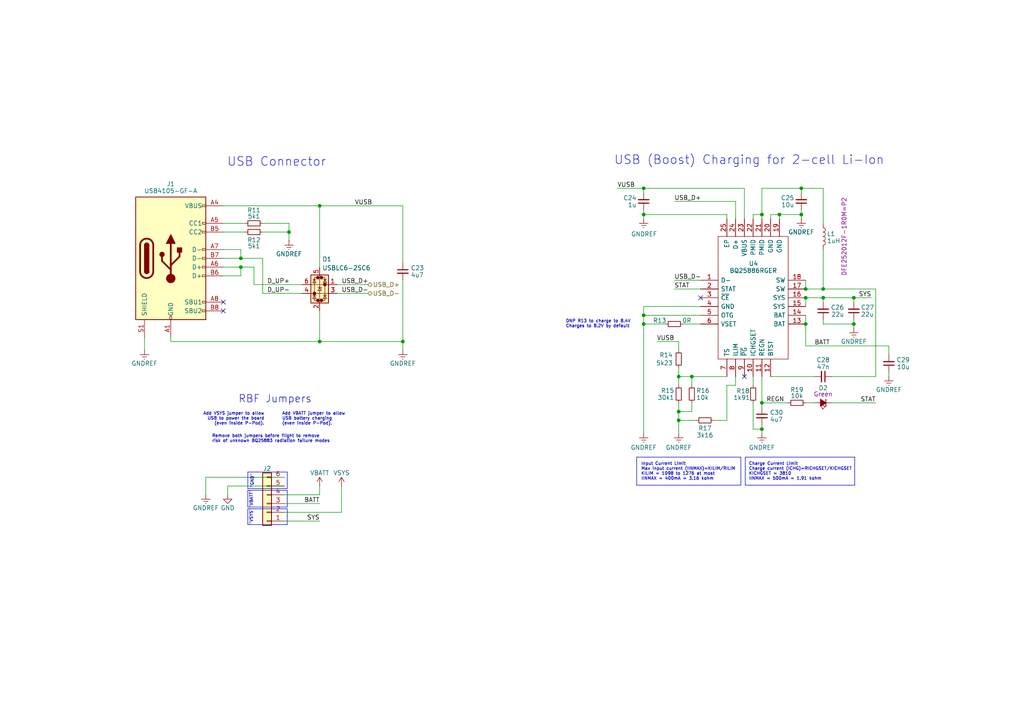
<source format=kicad_sch>
(kicad_sch (version 20231120) (generator "eeschema") (generator_version "8.0")
  (paper "A4")
  (title_block (title "Argus Mainboard") (date "2025-01-08") (rev "v3.0") (company "Carnegie Mellon University") (comment 1 "M. Holliday") (comment 2 "N. Khera") (comment 3 "V. Rajesh"))
  (lib_symbols
    (symbol "Argus-IC:BQ25886RGER" (pin_names (offset 0.762))
      (property "Reference" "U4" (at 13.97 4.826 0))
      (property "Value" "BQ25886RGER" (at 8.382 2.794 0))
      (symbol "BQ25886RGER_0_0"
        (pin bidirectional line (at 0 0 0) (length 5.08) (name "D-") (number "1"))
        (pin bidirectional line (at 17.78 -27.94 90) (length 5.08) (name "REGN") (number "11"))
        (pin bidirectional line (at 20.32 -27.94 90) (length 5.08) (name "BTST") (number "12"))
        (pin bidirectional line (at 0 -2.54 0) (length 5.08) (name "STAT") (number "2"))
        (pin bidirectional line (at 12.7 17.78 270) (length 5.08) (name "VBUS") (number "23"))
        (pin bidirectional line (at 10.16 17.78 270) (length 5.08) (name "D+") (number "24"))
        (pin bidirectional line (at 7.62 17.78 270) (length 5.08) (name "EP") (number "25"))
        (pin bidirectional line (at 0 -5.08 0) (length 5.08) (name "~{CE}") (number "3"))
        (pin bidirectional line (at 7.62 -27.94 90) (length 5.08) (name "TS") (number "7"))
        (pin bidirectional line (at 10.16 -27.94 90) (length 5.08) (name "ILIM") (number "8"))
        (pin bidirectional line (at 12.7 -27.94 90) (length 5.08) (name "~{PG}") (number "9"))
      )
      (symbol "BQ25886RGER_0_1"
        (polyline (pts (xy 5.08 12.7) (xy 25.4 12.7) (xy 25.4 -22.86) (xy 5.08 -22.86) (xy 5.08 12.7)) (stroke (width 0.1524)))
      )
      (symbol "BQ25886RGER_1_0"
        (pin bidirectional line (at 15.24 -27.94 90) (length 5.08) (name "ICHGSET") (number "10"))
        (pin bidirectional line (at 30.48 -12.7 180) (length 5.08) (name "BAT") (number "13"))
        (pin bidirectional line (at 30.48 -10.16 180) (length 5.08) (name "BAT") (number "14"))
        (pin bidirectional line (at 30.48 -7.62 180) (length 5.08) (name "SYS") (number "15"))
        (pin bidirectional line (at 30.48 -5.08 180) (length 5.08) (name "SYS") (number "16"))
        (pin bidirectional line (at 30.48 -2.54 180) (length 5.08) (name "SW") (number "17"))
        (pin bidirectional line (at 30.48 0 180) (length 5.08) (name "SW") (number "18"))
        (pin bidirectional line (at 22.86 17.78 270) (length 5.08) (name "GND") (number "19"))
        (pin bidirectional line (at 20.32 17.78 270) (length 5.08) (name "GND") (number "20"))
        (pin bidirectional line (at 17.78 17.78 270) (length 5.08) (name "PMID") (number "21"))
        (pin bidirectional line (at 15.24 17.78 270) (length 5.08) (name "PMID") (number "22"))
        (pin bidirectional line (at 0 -7.62 0) (length 5.08) (name "GND") (number "4"))
        (pin bidirectional line (at 0 -10.16 0) (length 5.08) (name "OTG") (number "5"))
        (pin bidirectional line (at 0 -12.7 0) (length 5.08) (name "VSET") (number "6"))
      )
    )
    (symbol "Connector:USB_C_Receptacle_USB2.0_16P" (pin_names (offset 1.016))
      (property "Reference" "J" (at 0 22.225 0))
      (property "Value" "USB_C_Receptacle_USB2.0_16P" (at 0 19.685 0))
      (symbol "USB_C_Receptacle_USB2.0_16P_0_0"
        (rectangle (start -0.254 -17.78) (end 0.254 -16.764))
        (rectangle (start 10.16 -14.986) (end 9.144 -15.494))
        (rectangle (start 10.16 -12.446) (end 9.144 -12.954))
        (rectangle (start 10.16 -4.826) (end 9.144 -5.334))
        (rectangle (start 10.16 -2.286) (end 9.144 -2.794))
        (rectangle (start 10.16 0.254) (end 9.144 -0.254))
        (rectangle (start 10.16 2.794) (end 9.144 2.286))
        (rectangle (start 10.16 7.874) (end 9.144 7.366))
        (rectangle (start 10.16 10.414) (end 9.144 9.906))
        (rectangle (start 10.16 15.494) (end 9.144 14.986))
      )
      (symbol "USB_C_Receptacle_USB2.0_16P_0_1"
        (rectangle (start -10.16 17.78) (end 10.16 -17.78) (stroke (width 0.254)) (fill (type background)))
        (arc (start -8.89 -3.81) (mid -6.985 -5.7067) (end -5.08 -3.81) (stroke (width 0.508)))
        (arc (start -7.62 -3.81) (mid -6.985 -4.4423) (end -6.35 -3.81) (stroke (width 0.254)))
        (arc (start -7.62 -3.81) (mid -6.985 -4.4423) (end -6.35 -3.81) (stroke (width 0.254)) (fill (type outline)))
        (rectangle (start -7.62 -3.81) (end -6.35 3.81) (stroke (width 0.254)) (fill (type outline)))
        (arc (start -6.35 3.81) (mid -6.985 4.4423) (end -7.62 3.81) (stroke (width 0.254)))
        (arc (start -6.35 3.81) (mid -6.985 4.4423) (end -7.62 3.81) (stroke (width 0.254)) (fill (type outline)))
        (arc (start -5.08 3.81) (mid -6.985 5.7067) (end -8.89 3.81) (stroke (width 0.508)))
        (circle (center -2.54 1.143) (radius 0.635) (stroke (width 0.254)) (fill (type outline)))
        (circle (center 0 -5.842) (radius 1.27) (fill (type outline)))
        (polyline (pts (xy -8.89 -3.81) (xy -8.89 3.81)) (stroke (width 0.508)))
        (polyline (pts (xy -5.08 3.81) (xy -5.08 -3.81)) (stroke (width 0.508)))
        (polyline (pts (xy 0 -5.842) (xy 0 4.318)) (stroke (width 0.508)))
        (polyline (pts (xy 0 -3.302) (xy -2.54 -0.762) (xy -2.54 0.508)) (stroke (width 0.508)))
        (polyline (pts (xy 0 -2.032) (xy 2.54 0.508) (xy 2.54 1.778)) (stroke (width 0.508)))
        (polyline (pts (xy -1.27 4.318) (xy 0 6.858) (xy 1.27 4.318) (xy -1.27 4.318)) (stroke (width 0.254)) (fill (type outline)))
        (rectangle (start 1.905 1.778) (end 3.175 3.048) (stroke (width 0.254)) (fill (type outline)))
      )
      (symbol "USB_C_Receptacle_USB2.0_16P_1_1"
        (pin passive line (at 0 -22.86 90) (length 5.08) (name "GND") (number "A1"))
        (pin passive line (at 0 -22.86 90) (length 5.08) hide (name "GND") (number "A12"))
        (pin passive line (at 15.24 15.24 180) (length 5.08) (name "VBUS") (number "A4"))
        (pin bidirectional line (at 15.24 10.16 180) (length 5.08) (name "CC1") (number "A5"))
        (pin bidirectional line (at 15.24 -2.54 180) (length 5.08) (name "D+") (number "A6"))
        (pin bidirectional line (at 15.24 2.54 180) (length 5.08) (name "D-") (number "A7"))
        (pin bidirectional line (at 15.24 -12.7 180) (length 5.08) (name "SBU1") (number "A8"))
        (pin passive line (at 15.24 15.24 180) (length 5.08) hide (name "VBUS") (number "A9"))
        (pin passive line (at 0 -22.86 90) (length 5.08) hide (name "GND") (number "B1"))
        (pin passive line (at 0 -22.86 90) (length 5.08) hide (name "GND") (number "B12"))
        (pin passive line (at 15.24 15.24 180) (length 5.08) hide (name "VBUS") (number "B4"))
        (pin bidirectional line (at 15.24 7.62 180) (length 5.08) (name "CC2") (number "B5"))
        (pin bidirectional line (at 15.24 -5.08 180) (length 5.08) (name "D+") (number "B6"))
        (pin bidirectional line (at 15.24 0 180) (length 5.08) (name "D-") (number "B7"))
        (pin bidirectional line (at 15.24 -15.24 180) (length 5.08) (name "SBU2") (number "B8"))
        (pin passive line (at 15.24 15.24 180) (length 5.08) hide (name "VBUS") (number "B9"))
        (pin passive line (at -7.62 -22.86 90) (length 5.08) (name "SHIELD") (number "S1"))
      )
    )
    (symbol "Connector_Generic:Conn_01x06" (pin_names (offset 1.016) hide)
      (property "Reference" "J" (at 0 7.62 0))
      (property "Value" "Conn_01x06" (at 0 -10.16 0))
      (symbol "Conn_01x06_1_1"
        (rectangle (start -1.27 -7.493) (end 0 -7.747) (stroke (width 0.1524)))
        (rectangle (start -1.27 -4.953) (end 0 -5.207) (stroke (width 0.1524)))
        (rectangle (start -1.27 -2.413) (end 0 -2.667) (stroke (width 0.1524)))
        (rectangle (start -1.27 0.127) (end 0 -0.127) (stroke (width 0.1524)))
        (rectangle (start -1.27 2.667) (end 0 2.413) (stroke (width 0.1524)))
        (rectangle (start -1.27 5.207) (end 0 4.953) (stroke (width 0.1524)))
        (rectangle (start -1.27 6.35) (end 1.27 -8.89) (stroke (width 0.254)) (fill (type background)))
        (pin passive line (at -5.08 5.08 0) (length 3.81) (name "Pin_1") (number "1"))
        (pin passive line (at -5.08 2.54 0) (length 3.81) (name "Pin_2") (number "2"))
        (pin passive line (at -5.08 0 0) (length 3.81) (name "Pin_3") (number "3"))
        (pin passive line (at -5.08 -2.54 0) (length 3.81) (name "Pin_4") (number "4"))
        (pin passive line (at -5.08 -5.08 0) (length 3.81) (name "Pin_5") (number "5"))
        (pin passive line (at -5.08 -7.62 0) (length 3.81) (name "Pin_6") (number "6"))
      )
    )
    (symbol "Device:C_Small" (pin_numbers hide) (pin_names (offset 0.254) hide)
      (property "Reference" "C" (at 0.254 1.778 0))
      (property "Value" "C_Small" (at 0.254 -2.032 0))
      (symbol "C_Small_0_1"
        (polyline (pts (xy -1.524 -0.508) (xy 1.524 -0.508)) (stroke (width 0.3302)))
        (polyline (pts (xy -1.524 0.508) (xy 1.524 0.508)) (stroke (width 0.3048)))
      )
      (symbol "C_Small_1_1"
        (pin passive line (at 0 2.54 270) (length 2.032) (name "~") (number "1"))
        (pin passive line (at 0 -2.54 90) (length 2.032) (name "~") (number "2"))
      )
    )
    (symbol "Device:L" (pin_numbers hide) (pin_names (offset 1.016) hide)
      (property "Reference" "L" (at -1.27 0 90))
      (property "Value" "L" (at 1.905 0 90))
      (symbol "L_0_1"
        (arc (start 0 -2.54) (mid 0.6323 -1.905) (end 0 -1.27))
        (arc (start 0 -1.27) (mid 0.6323 -0.635) (end 0 0))
        (arc (start 0 0) (mid 0.6323 0.635) (end 0 1.27))
        (arc (start 0 1.27) (mid 0.6323 1.905) (end 0 2.54))
      )
      (symbol "L_1_1"
        (pin passive line (at 0 3.81 270) (length 1.27) (name "1") (number "1"))
        (pin passive line (at 0 -3.81 90) (length 1.27) (name "2") (number "2"))
      )
    )
    (symbol "Device:LED_Small_Filled" (pin_numbers hide) (pin_names (offset 0.254) hide)
      (property "Reference" "D" (at -1.27 3.175 0))
      (property "Value" "LED_Small_Filled" (at -4.445 -2.54 0))
      (symbol "LED_Small_Filled_0_1"
        (polyline (pts (xy -0.762 -1.016) (xy -0.762 1.016)) (stroke (width 0.254)))
        (polyline (pts (xy 1.016 0) (xy -0.762 0)))
        (polyline (pts (xy 0.762 -1.016) (xy -0.762 0) (xy 0.762 1.016) (xy 0.762 -1.016)) (stroke (width 0.254)) (fill (type outline)))
        (polyline (pts (xy 0 0.762) (xy -0.508 1.27) (xy -0.254 1.27) (xy -0.508 1.27) (xy -0.508 1.016)))
        (polyline (pts (xy 0.508 1.27) (xy 0 1.778) (xy 0.254 1.778) (xy 0 1.778) (xy 0 1.524)))
      )
      (symbol "LED_Small_Filled_1_1"
        (pin passive line (at -2.54 0 0) (length 1.778) (name "K") (number "1"))
        (pin passive line (at 2.54 0 180) (length 1.778) (name "A") (number "2"))
      )
    )
    (symbol "Device:R_Small" (pin_numbers hide) (pin_names (offset 0.254) hide)
      (property "Reference" "R" (at 0.762 0.508 0))
      (property "Value" "R_Small" (at 0.762 -1.016 0))
      (symbol "R_Small_0_1"
        (rectangle (start -0.762 1.778) (end 0.762 -1.778) (stroke (width 0.2032)))
      )
      (symbol "R_Small_1_1"
        (pin passive line (at 0 2.54 270) (length 0.762) (name "~") (number "1"))
        (pin passive line (at 0 -2.54 90) (length 0.762) (name "~") (number "2"))
      )
    )
    (symbol "Power_Protection:USBLC6-2SC6" (pin_names hide)
      (property "Reference" "U" (at 0.635 5.715 0))
      (property "Value" "USBLC6-2SC6" (at 0.635 3.81 0))
      (symbol "USBLC6-2SC6_0_0"
        (circle (center -1.524 0) (radius 0.0001) (stroke (width 0.508)))
        (circle (center -0.508 -4.572) (radius 0.0001) (stroke (width 0.508)))
        (circle (center -0.508 2.032) (radius 0.0001) (stroke (width 0.508)))
        (circle (center 0.508 -4.572) (radius 0.0001) (stroke (width 0.508)))
        (circle (center 0.508 2.032) (radius 0.0001) (stroke (width 0.508)))
        (circle (center 1.524 -2.54) (radius 0.0001) (stroke (width 0.508)))
      )
      (symbol "USBLC6-2SC6_0_1"
        (polyline (pts (xy -2.54 -2.54) (xy 2.54 -2.54)))
        (polyline (pts (xy -2.54 0) (xy 2.54 0)))
        (polyline (pts (xy -2.032 -3.048) (xy -1.016 -3.048)))
        (polyline (pts (xy -1.016 1.524) (xy -2.032 1.524)))
        (polyline (pts (xy 1.016 -3.048) (xy 2.032 -3.048)))
        (polyline (pts (xy 1.016 1.524) (xy 2.032 1.524)))
        (polyline (pts (xy -0.508 -1.143) (xy -0.508 -0.762) (xy 0.508 -0.762)))
        (polyline (pts (xy -2.032 0.508) (xy -1.016 0.508) (xy -1.524 1.524) (xy -2.032 0.508)))
        (polyline (pts (xy -1.016 -4.064) (xy -2.032 -4.064) (xy -1.524 -3.048) (xy -1.016 -4.064)))
        (polyline (pts (xy 0.508 -1.778) (xy -0.508 -1.778) (xy 0 -0.762) (xy 0.508 -1.778)))
        (polyline (pts (xy 2.032 -4.064) (xy 1.016 -4.064) (xy 1.524 -3.048) (xy 2.032 -4.064)))
        (polyline (pts (xy 2.032 0.508) (xy 1.016 0.508) (xy 1.524 1.524) (xy 2.032 0.508)))
        (polyline (pts (xy 0 2.54) (xy -0.508 2.032) (xy 0.508 2.032) (xy 0 1.524) (xy 0 -4.064) (xy -0.508 -4.572) (xy 0.508 -4.572) (xy 0 -5.08)))
      )
      (symbol "USBLC6-2SC6_1_1"
        (rectangle (start -2.54 2.794) (end 2.54 -5.334) (stroke (width 0.254)) (fill (type background)))
        (polyline (pts (xy -0.508 2.032) (xy -1.524 2.032) (xy -1.524 -4.572) (xy -0.508 -4.572)))
        (polyline (pts (xy 0.508 -4.572) (xy 1.524 -4.572) (xy 1.524 2.032) (xy 0.508 2.032)))
        (pin passive line (at -5.08 0 0) (length 2.54) (name "I/O1") (number "1"))
        (pin passive line (at 0 -7.62 90) (length 2.54) (name "GND") (number "2"))
        (pin passive line (at -5.08 -2.54 0) (length 2.54) (name "I/O2") (number "3"))
        (pin passive line (at 5.08 -2.54 180) (length 2.54) (name "I/O2") (number "4"))
        (pin passive line (at 0 5.08 270) (length 2.54) (name "VBUS") (number "5"))
        (pin passive line (at 5.08 0 180) (length 2.54) (name "I/O1") (number "6"))
      )
    )
    (symbol "power:+BATT" (power) (pin_numbers hide) (pin_names (offset 0) hide)
      (property "Value" "+BATT" (at 0 3.556 0))
      (symbol "+BATT_0_1"
        (polyline (pts (xy -0.762 1.27) (xy 0 2.54)))
        (polyline (pts (xy 0 0) (xy 0 2.54)))
        (polyline (pts (xy 0 2.54) (xy 0.762 1.27)))
      )
      (symbol "+BATT_1_1"
        (pin power_in line (at 0 0 90) (length 0) (name "~") (number "1"))
      )
    )
    (symbol "power:GND" (power) (pin_numbers hide) (pin_names (offset 0) hide)
      (property "Value" "GND" (at 0 -3.81 0))
      (symbol "GND_0_1"
        (polyline (pts (xy 0 0) (xy 0 -1.27) (xy 1.27 -1.27) (xy 0 -2.54) (xy -1.27 -1.27) (xy 0 -1.27)))
      )
      (symbol "GND_1_1"
        (pin power_in line (at 0 0 270) (length 0) (name "~") (number "1"))
      )
    )
    (symbol "power:GNDREF" (power) (pin_numbers hide) (pin_names (offset 0) hide)
      (property "Value" "GNDREF" (at 0 -3.81 0))
      (symbol "GNDREF_0_1"
        (polyline (pts (xy -0.635 -1.905) (xy 0.635 -1.905)))
        (polyline (pts (xy -0.127 -2.54) (xy 0.127 -2.54)))
        (polyline (pts (xy 0 -1.27) (xy 0 0)))
        (polyline (pts (xy 1.27 -1.27) (xy -1.27 -1.27)))
      )
      (symbol "GNDREF_1_1"
        (pin power_in line (at 0 0 270) (length 0) (name "~") (number "1"))
      )
    )
  )
  (junction (at 233.68 86.36))
  (junction (at 247.65 93.98))
  (junction (at 220.98 124.46))
  (junction (at 226.06 62.23))
  (junction (at 232.41 54.61))
  (junction (at 186.69 91.44))
  (junction (at 186.69 62.23))
  (junction (at 186.69 54.61))
  (junction (at 116.84 99.06))
  (junction (at 92.71 59.69))
  (junction (at 200.66 109.22))
  (junction (at 220.98 62.23))
  (junction (at 220.98 116.84))
  (junction (at 247.65 86.36))
  (junction (at 196.85 109.22))
  (junction (at 69.85 77.47))
  (junction (at 233.68 93.98))
  (junction (at 186.69 93.98))
  (junction (at 83.82 67.31))
  (junction (at 232.41 62.23))
  (junction (at 196.85 119.38))
  (junction (at 92.71 99.06))
  (junction (at 238.76 83.82))
  (junction (at 233.68 83.82))
  (junction (at 196.85 121.92))
  (junction (at 238.76 86.36))
  (junction (at 69.85 74.93))
  (no_connect (at 64.77 87.63))
  (no_connect (at 215.9 109.22))
  (no_connect (at 64.77 90.17))
  (no_connect (at 203.2 86.36))
  (wire (pts (xy 99.06 140.97) (xy 99.06 148.59)))
  (wire (pts (xy 254 83.82) (xy 254 109.22)))
  (wire (pts (xy 200.66 116.84) (xy 200.66 119.38)))
  (wire (pts (xy 186.69 91.44) (xy 186.69 93.98)))
  (wire (pts (xy 247.65 95.25) (xy 247.65 93.98)))
  (wire (pts (xy 220.98 54.61) (xy 232.41 54.61)))
  (wire (pts (xy 210.82 111.76) (xy 210.82 121.92)))
  (wire (pts (xy 186.69 93.98) (xy 186.69 125.73)))
  (wire (pts (xy 238.76 86.36) (xy 238.76 87.63)))
  (wire (pts (xy 247.65 86.36) (xy 252.73 86.36)))
  (wire (pts (xy 233.68 83.82) (xy 238.76 83.82)))
  (wire (pts (xy 195.58 81.28) (xy 203.2 81.28)))
  (wire (pts (xy 186.69 91.44) (xy 203.2 91.44)))
  (wire (pts (xy 116.84 101.6) (xy 116.84 99.06)))
  (wire (pts (xy 247.65 93.98) (xy 247.65 92.71)))
  (wire (pts (xy 200.66 109.22) (xy 210.82 109.22)))
  (wire (pts (xy 218.44 116.84) (xy 218.44 124.46)))
  (polyline (pts (xy 83.312 142.24) (xy 83.312 147.066)))
  (wire (pts (xy 223.52 62.23) (xy 226.06 62.23)))
  (wire (pts (xy 247.65 86.36) (xy 247.65 87.63)))
  (wire (pts (xy 186.69 62.23) (xy 186.69 63.5)))
  (wire (pts (xy 218.44 124.46) (xy 220.98 124.46)))
  (wire (pts (xy 69.85 74.93) (xy 76.2 74.93)))
  (wire (pts (xy 236.22 109.22) (xy 223.52 109.22)))
  (polyline (pts (xy 83.312 142.24) (xy 71.882 142.24)))
  (wire (pts (xy 220.98 109.22) (xy 220.98 116.84)))
  (wire (pts (xy 66.04 140.97) (xy 82.55 140.97)))
  (wire (pts (xy 82.55 148.59) (xy 99.06 148.59)))
  (wire (pts (xy 59.69 138.43) (xy 82.55 138.43)))
  (wire (pts (xy 241.3 116.84) (xy 254 116.84)))
  (wire (pts (xy 92.71 140.97) (xy 92.71 143.51)))
  (wire (pts (xy 186.69 62.23) (xy 210.82 62.23)))
  (polyline (pts (xy 71.882 147.066) (xy 83.312 147.066)))
  (polyline (pts (xy 216.154 132.588) (xy 216.154 140.716)))
  (wire (pts (xy 186.69 93.98) (xy 193.04 93.98)))
  (wire (pts (xy 116.84 59.69) (xy 116.84 76.2)))
  (wire (pts (xy 76.2 64.77) (xy 83.82 64.77)))
  (polyline (pts (xy 83.312 141.732) (xy 83.312 136.906)))
  (wire (pts (xy 186.69 60.96) (xy 186.69 62.23)))
  (wire (pts (xy 69.85 77.47) (xy 64.77 77.47)))
  (wire (pts (xy 233.68 100.33) (xy 257.81 100.33)))
  (wire (pts (xy 195.58 58.42) (xy 213.36 58.42)))
  (polyline (pts (xy 71.882 152.146) (xy 71.882 147.574)))
  (wire (pts (xy 69.85 72.39) (xy 69.85 74.93)))
  (wire (pts (xy 210.82 62.23) (xy 210.82 63.5)))
  (polyline (pts (xy 71.882 141.732) (xy 83.312 141.732)))
  (wire (pts (xy 200.66 109.22) (xy 200.66 111.76)))
  (wire (pts (xy 241.3 109.22) (xy 254 109.22)))
  (wire (pts (xy 196.85 121.92) (xy 201.93 121.92)))
  (wire (pts (xy 69.85 77.47) (xy 73.66 77.47)))
  (wire (pts (xy 203.2 88.9) (xy 186.69 88.9)))
  (wire (pts (xy 210.82 111.76) (xy 213.36 111.76)))
  (wire (pts (xy 196.85 109.22) (xy 200.66 109.22)))
  (wire (pts (xy 82.55 146.05) (xy 92.71 146.05)))
  (wire (pts (xy 76.2 85.09) (xy 87.63 85.09)))
  (wire (pts (xy 196.85 116.84) (xy 196.85 119.38)))
  (wire (pts (xy 233.68 91.44) (xy 233.68 93.98)))
  (wire (pts (xy 92.71 59.69) (xy 116.84 59.69)))
  (wire (pts (xy 238.76 83.82) (xy 254 83.82)))
  (wire (pts (xy 92.71 59.69) (xy 92.71 77.47)))
  (wire (pts (xy 179.07 54.61) (xy 186.69 54.61)))
  (wire (pts (xy 218.44 62.23) (xy 218.44 63.5)))
  (wire (pts (xy 238.76 54.61) (xy 232.41 54.61)))
  (wire (pts (xy 76.2 67.31) (xy 83.82 67.31)))
  (wire (pts (xy 233.68 86.36) (xy 233.68 88.9)))
  (wire (pts (xy 195.58 83.82) (xy 203.2 83.82)))
  (wire (pts (xy 41.91 97.79) (xy 41.91 101.6)))
  (wire (pts (xy 186.69 88.9) (xy 186.69 91.44)))
  (wire (pts (xy 232.41 62.23) (xy 232.41 63.5)))
  (wire (pts (xy 64.77 67.31) (xy 71.12 67.31)))
  (wire (pts (xy 82.55 151.13) (xy 92.71 151.13)))
  (wire (pts (xy 232.41 55.88) (xy 232.41 54.61)))
  (wire (pts (xy 92.71 59.69) (xy 64.77 59.69)))
  (wire (pts (xy 97.79 82.55) (xy 106.68 82.55)))
  (polyline (pts (xy 83.312 136.906) (xy 71.882 136.906)))
  (polyline (pts (xy 83.312 152.146) (xy 71.882 152.146)))
  (wire (pts (xy 218.44 62.23) (xy 220.98 62.23)))
  (wire (pts (xy 198.12 93.98) (xy 203.2 93.98)))
  (polyline (pts (xy 216.154 140.716) (xy 247.904 140.716)))
  (wire (pts (xy 238.76 64.77) (xy 238.76 54.61)))
  (polyline (pts (xy 71.882 136.906) (xy 71.882 141.732)))
  (wire (pts (xy 257.81 102.87) (xy 257.81 100.33)))
  (wire (pts (xy 76.2 74.93) (xy 76.2 85.09)))
  (wire (pts (xy 196.85 99.06) (xy 190.5 99.06)))
  (polyline (pts (xy 214.884 140.716) (xy 214.884 132.588)))
  (wire (pts (xy 64.77 64.77) (xy 71.12 64.77)))
  (wire (pts (xy 238.76 93.98) (xy 247.65 93.98)))
  (wire (pts (xy 196.85 99.06) (xy 196.85 101.6)))
  (wire (pts (xy 49.53 99.06) (xy 49.53 97.79)))
  (polyline (pts (xy 214.884 132.588) (xy 184.658 132.588)))
  (wire (pts (xy 196.85 119.38) (xy 200.66 119.38)))
  (wire (pts (xy 233.68 116.84) (xy 236.22 116.84)))
  (wire (pts (xy 83.82 69.85) (xy 83.82 67.31)))
  (polyline (pts (xy 247.904 132.588) (xy 216.154 132.588)))
  (wire (pts (xy 220.98 125.73) (xy 220.98 124.46)))
  (wire (pts (xy 92.71 90.17) (xy 92.71 99.06)))
  (wire (pts (xy 232.41 60.96) (xy 232.41 62.23)))
  (wire (pts (xy 220.98 116.84) (xy 220.98 118.11)))
  (wire (pts (xy 196.85 109.22) (xy 196.85 111.76)))
  (wire (pts (xy 213.36 58.42) (xy 213.36 63.5)))
  (wire (pts (xy 210.82 121.92) (xy 207.01 121.92)))
  (wire (pts (xy 220.98 62.23) (xy 220.98 63.5)))
  (wire (pts (xy 215.9 54.61) (xy 186.69 54.61)))
  (wire (pts (xy 257.81 109.22) (xy 257.81 107.95)))
  (wire (pts (xy 220.98 116.84) (xy 228.6 116.84)))
  (wire (pts (xy 223.52 62.23) (xy 223.52 63.5)))
  (wire (pts (xy 186.69 55.88) (xy 186.69 54.61)))
  (wire (pts (xy 73.66 82.55) (xy 87.63 82.55)))
  (polyline (pts (xy 247.904 140.716) (xy 247.904 132.588)))
  (wire (pts (xy 64.77 72.39) (xy 69.85 72.39)))
  (wire (pts (xy 213.36 111.76) (xy 213.36 109.22)))
  (wire (pts (xy 196.85 119.38) (xy 196.85 121.92)))
  (wire (pts (xy 92.71 143.51) (xy 82.55 143.51)))
  (wire (pts (xy 226.06 62.23) (xy 226.06 63.5)))
  (wire (pts (xy 196.85 106.68) (xy 196.85 109.22)))
  (wire (pts (xy 238.76 86.36) (xy 247.65 86.36)))
  (wire (pts (xy 49.53 99.06) (xy 92.71 99.06)))
  (wire (pts (xy 215.9 63.5) (xy 215.9 54.61)))
  (wire (pts (xy 196.85 121.92) (xy 196.85 125.73)))
  (wire (pts (xy 66.04 140.97) (xy 66.04 143.51)))
  (wire (pts (xy 64.77 80.01) (xy 69.85 80.01)))
  (polyline (pts (xy 83.312 147.574) (xy 83.312 152.146)))
  (wire (pts (xy 97.79 85.09) (xy 106.68 85.09)))
  (wire (pts (xy 116.84 81.28) (xy 116.84 99.06)))
  (wire (pts (xy 233.68 81.28) (xy 233.68 83.82)))
  (polyline (pts (xy 71.882 147.574) (xy 83.312 147.574)))
  (wire (pts (xy 59.69 138.43) (xy 59.69 143.51)))
  (wire (pts (xy 220.98 124.46) (xy 220.98 123.19)))
  (wire (pts (xy 233.68 100.33) (xy 233.68 93.98)))
  (wire (pts (xy 226.06 62.23) (xy 232.41 62.23)))
  (wire (pts (xy 73.66 82.55) (xy 73.66 77.47)))
  (polyline (pts (xy 184.658 140.716) (xy 214.884 140.716)))
  (wire (pts (xy 238.76 72.39) (xy 238.76 83.82)))
  (polyline (pts (xy 71.882 142.24) (xy 71.882 147.066)))
  (wire (pts (xy 92.71 99.06) (xy 116.84 99.06)))
  (wire (pts (xy 220.98 54.61) (xy 220.98 62.23)))
  (wire (pts (xy 218.44 109.22) (xy 218.44 111.76)))
  (wire (pts (xy 83.82 64.77) (xy 83.82 67.31)))
  (wire (pts (xy 238.76 86.36) (xy 233.68 86.36)))
  (wire (pts (xy 69.85 74.93) (xy 64.77 74.93)))
  (wire (pts (xy 238.76 93.98) (xy 238.76 92.71)))
  (polyline (pts (xy 184.658 132.588) (xy 184.658 140.716)))
  (wire (pts (xy 69.85 80.01) (xy 69.85 77.47)))
  (text "USB (Boost) Charging for 2-cell Li-Ion" (at 178.054 48.006 0) (effects (font (size 2.54 2.54)) (justify left bottom)))
  (text "Remove both jumpers before flight to remove\nrisk of unknown BQ25883 radiation failure modes\n" (at 61.468 128.524 0) (effects (font (size 0.889 0.889)) (justify left bottom)))
  (text "Charge Current Limit\nCharge current (ICHG)=RICHGSET/KICHGSET\nKICHGSET = 3810\nIINMAX = 500mA = 1.91 kohm" (at 217.17 139.446 0) (effects (font (size 0.889 0.889)) (justify left bottom)))
  (text "RBF Jumpers" (at 69.088 117.094 0) (effects (font (size 2.159 2.159)) (justify left bottom)))
  (text "\"VSYS\"" (at 73.406 147.574 90) (effects (font (size 0.889 0.889)) (justify right bottom)))
  (text "DNP R13 to charge to 8.4V\nCharges to 8.2V by default" (at 164.084 93.98 0) (effects (font (size 0.889 0.889)) (justify left)))
  (text "\"VBATT\"" (at 73.406 142.24 90) (effects (font (size 0.889 0.889)) (justify right bottom)))
  (text "Add VSYS jumper to allow\nUSB to power the board\n(even inside P-Pod).\n" (at 76.708 123.444 0) (effects (font (size 0.889 0.889)) (justify right bottom)))
  (text "Add VBATT jumper to allow\nUSB battery charging\n(even inside P-Pod).\n" (at 81.788 123.444 0) (effects (font (size 0.889 0.889)) (justify left bottom)))
  (text "\"GND\"" (at 73.66 141.732 90) (effects (font (size 0.889 0.889)) (justify left bottom)))
  (text "Input Current Limit\nMax input current (IINMAX)=KILIM/RILIM\nKILIM = 1098 to 1276 at most\nIINMAX = 400mA = 3.16 kohm" (at 185.928 139.446 0) (effects (font (size 0.889 0.889)) (justify left bottom)))
  (text "USB Connector" (at 65.786 48.514 0) (effects (font (size 2.54 2.54)) (justify left bottom)))
  (label "REGN" (at 222.25 116.84 0))
  (label "D_UP-" (at 77.47 85.09 0))
  (label "BATT" (at 236.22 100.33 0))
  (label "VUSB" (at 102.87 59.69 0))
  (label "STAT" (at 254 116.84 180))
  (label "VUSB" (at 190.5 99.06 0))
  (label "USB_D-" (at 195.58 81.28 0))
  (label "USB_D+" (at 195.58 58.42 0))
  (label "VUSB" (at 179.07 54.61 0))
  (label "USB_D+" (at 99.06 82.55 0))
  (label "STAT" (at 195.58 83.82 0))
  (label "BATT" (at 92.71 146.05 180))
  (label "SYS" (at 92.71 151.13 180))
  (label "SYS" (at 252.73 86.36 180))
  (label "D_UP+" (at 77.47 82.55 0))
  (label "USB_D-" (at 99.06 85.09 0))
  (hierarchical_label "USB_D-" (shape bidirectional) (at 106.68 85.09 0))
  (hierarchical_label "USB_D+" (shape bidirectional) (at 106.68 82.55 0))
  (symbol (lib_id "power:GNDREF") (at 186.69 125.73 0) (unit 1)
    (property "Reference" "#PWR011" (effects (hide yes)))
    (property "Value" "GNDREF" (at 186.69 129.794 0))
    (property "Description" "Power symbol creates a global label with name \"GNDREF\" , reference supply ground" (effects (hide yes)))
  )
  (symbol (lib_id "Device:R_Small") (at 73.66 64.77 270) (mirror x) (unit 1)
    (property "Reference" "R11" (at 73.66 60.96 90))
    (property "Value" "5k1" (at 73.66 62.738 90))
    (property "Footprint" "Resistor_SMD:R_0603_1608Metric" (effects (hide yes)))
    (property "Description" "Resistor, small symbol" (effects (hide yes)))
  )
  (symbol (lib_id "Device:R_Small") (at 196.85 114.3 0) (mirror x) (unit 1)
    (property "Reference" "R15" (at 195.58 113.284 0) (effects (justify right)))
    (property "Value" "30k1" (at 195.58 115.316 0) (effects (justify right)))
    (property "Footprint" "Resistor_SMD:R_0603_1608Metric" (effects (hide yes)))
    (property "Description" "Resistor, small symbol" (effects (hide yes)))
  )
  (symbol (lib_id "Device:R_Small") (at 73.66 67.31 270) (mirror x) (unit 1)
    (property "Reference" "R12" (at 73.66 69.596 90))
    (property "Value" "5k1" (at 73.66 71.374 90))
    (property "Footprint" "Resistor_SMD:R_0603_1608Metric" (effects (hide yes)))
    (property "Description" "Resistor, small symbol" (effects (hide yes)))
  )
  (symbol (lib_id "power:+BATT") (at 99.06 140.97 0) (unit 1)
    (property "Reference" "#PWR073" (effects (hide yes)))
    (property "Value" "VSYS" (at 99.06 137.16 0))
    (property "Description" "Power symbol creates a global label with name \"+BATT\"" (effects (hide yes)))
  )
  (symbol (lib_id "Device:C_Small") (at 257.81 105.41 180) (unit 1)
    (property "Reference" "C29" (at 263.906 104.394 0) (effects (justify left)))
    (property "Value" "10u" (at 263.906 106.426 0) (effects (justify left)))
    (property "Footprint" "Capacitor_SMD:C_0805_2012Metric" (effects (hide yes)))
    (property "Description" "10uF +-20% 10V X5R" (effects (hide yes)))
  )
  (symbol (lib_id "Device:C_Small") (at 238.76 90.17 180) (unit 1)
    (property "Reference" "C26" (at 244.856 89.154 0) (effects (justify left)))
    (property "Value" "22u" (at 244.856 91.186 0) (effects (justify left)))
    (property "Footprint" "Capacitor_SMD:C_1210_3225Metric" (effects (hide yes)))
    (property "Description" "22uF +-20% 10V X5R" (effects (hide yes)))
  )
  (symbol (lib_id "power:GND") (at 66.04 143.51 0) (unit 1)
    (property "Reference" "#PWR075" (effects (hide yes)))
    (property "Value" "GND" (at 66.04 147.32 0))
    (property "Description" "Power symbol creates a global label with name \"GND\" , ground" (effects (hide yes)))
  )
  (symbol (lib_id "Device:R_Small") (at 204.47 121.92 90) (mirror x) (unit 1)
    (property "Reference" "R17" (at 204.47 124.206 90))
    (property "Value" "3k16" (at 204.47 126.238 90))
    (property "Footprint" "Resistor_SMD:R_0603_1608Metric" (effects (hide yes)))
    (property "Description" "Resistor, small symbol" (effects (hide yes)))
  )
  (symbol (lib_id "Device:R_Small") (at 196.85 104.14 0) (mirror y) (unit 1)
    (property "Reference" "R14" (at 195.1482 102.9716 0) (effects (justify left)))
    (property "Value" "5k23" (at 195.1482 105.283 0) (effects (justify left)))
    (property "Footprint" "Resistor_SMD:R_0603_1608Metric" (effects (hide yes)))
    (property "Description" "Resistor, small symbol" (effects (hide yes)))
  )
  (symbol (lib_id "power:GNDREF") (at 116.84 101.6 0) (unit 1)
    (property "Reference" "#PWR072" (effects (hide yes)))
    (property "Value" "GNDREF" (at 116.84 105.41 0))
    (property "Description" "Power symbol creates a global label with name \"GNDREF\" , reference supply ground" (effects (hide yes)))
  )
  (symbol (lib_id "Device:R_Small") (at 195.58 93.98 90) (mirror x) (unit 1)
    (property "Reference" "R13" (at 193.294 92.964 90) (effects (justify left)))
    (property "Value" "0R" (at 197.866 92.964 90) (effects (justify right)))
    (property "Footprint" "Resistor_SMD:R_0603_1608Metric" (effects (hide yes)))
    (property "Description" "Resistor, small symbol" (effects (hide yes)))
  )
  (symbol (lib_id "Connector:USB_C_Receptacle_USB2.0_16P") (at 49.53 74.93 0) (unit 1)
    (property "Reference" "J1" (at 49.53 53.34 0))
    (property "Value" "USB4105-GF-A" (at 49.53 55.372 0))
    (property "Footprint" "Connector_USB:USB_C_Receptacle_GCT_USB4105-xx-A_16P_TopMnt_Horizontal" (effects (hide yes)))
    (property "Datasheet" "https://www.usb.org/sites/default/files/documents/usb_type-c.zip" (effects (hide yes)))
    (property "Description" "USB 2.0-only 16P Type-C Receptacle connector" (effects (hide yes)))
    (property "Flight" "U262-161N-4BVC11" (effects (hide yes)))
    (property "Manufacturer_Name" "XKB Connectivity" (effects (hide yes)))
    (property "Manufacturer_Part_Number" "U262-161N-4BVC11" (effects (hide yes)))
    (property "Proto" "U262-161N-4BVC11" (effects (hide yes)))
  )
  (symbol (lib_id "power:GNDREF") (at 41.91 101.6 0) (unit 1)
    (property "Reference" "#PWR070" (effects (hide yes)))
    (property "Value" "GNDREF" (at 41.91 105.41 0))
    (property "Description" "Power symbol creates a global label with name \"GNDREF\" , reference supply ground" (effects (hide yes)))
  )
  (symbol (lib_id "Device:C_Small") (at 186.69 58.42 180) (unit 1)
    (property "Reference" "C24" (at 184.658 57.404 0) (effects (justify left)))
    (property "Value" "1u" (at 184.658 59.436 0) (effects (justify left)))
    (property "Footprint" "Capacitor_SMD:C_0603_1608Metric" (effects (hide yes)))
    (property "Description" "1uF 0603 X7R" (effects (hide yes)))
  )
  (symbol (lib_id "Device:C_Small") (at 247.65 90.17 180) (unit 1)
    (property "Reference" "C27" (at 249.682 89.154 0) (effects (justify right)))
    (property "Value" "22u" (at 249.682 91.186 0) (effects (justify right)))
    (property "Footprint" "Capacitor_SMD:C_1210_3225Metric" (effects (hide yes)))
    (property "Description" "22uF +-20% 10V X5R" (effects (hide yes)))
  )
  (symbol (lib_id "Device:C_Small") (at 220.98 120.65 0) (mirror y) (unit 1)
    (property "Reference" "C30" (at 223.266 119.634 0) (effects (justify right)))
    (property "Value" "4u7" (at 227.076 121.666 0) (effects (justify left)))
    (property "Footprint" "Capacitor_SMD:C_0805_2012Metric" (effects (hide yes)))
    (property "Description" "4.7uF +-20% 10V X5R" (effects (hide yes)))
  )
  (symbol (lib_id "Device:C_Small") (at 232.41 58.42 180) (unit 1)
    (property "Reference" "C25" (at 230.378 57.404 0) (effects (justify left)))
    (property "Value" "10u" (at 230.378 59.436 0) (effects (justify left)))
    (property "Footprint" "Capacitor_SMD:C_0805_2012Metric" (effects (hide yes)))
    (property "Description" "10uF +-20% 10V X5R" (effects (hide yes)))
  )
  (symbol (lib_id "Device:R_Small") (at 231.14 116.84 270) (mirror x) (unit 1)
    (property "Reference" "R19" (at 231.14 113.03 90))
    (property "Value" "10k" (at 231.14 114.808 90))
    (property "Footprint" "Resistor_SMD:R_0603_1608Metric" (effects (hide yes)))
    (property "Description" "Resistor, small symbol" (effects (hide yes)))
  )
  (symbol (lib_id "power:GNDREF") (at 232.41 63.5 0) (unit 1)
    (property "Reference" "#PWR093" (effects (hide yes)))
    (property "Value" "GNDREF" (at 232.41 67.31 0))
    (property "Description" "Power symbol creates a global label with name \"GNDREF\" , reference supply ground" (effects (hide yes)))
  )
  (symbol (lib_id "Device:C_Small") (at 238.76 109.22 270) (unit 1)
    (property "Reference" "C28" (at 238.76 104.394 90))
    (property "Value" "47n" (at 238.76 106.426 90))
    (property "Footprint" "Capacitor_SMD:C_0603_1608Metric" (effects (hide yes)))
    (property "Description" "47nF +-10% 50V X7R" (effects (hide yes)))
  )
  (symbol (lib_id "power:GNDREF") (at 59.69 143.51 0) (unit 1)
    (property "Reference" "#PWR076" (effects (hide yes)))
    (property "Value" "GNDREF" (at 59.69 147.32 0))
    (property "Description" "Power symbol creates a global label with name \"GNDREF\" , reference supply ground" (effects (hide yes)))
  )
  (symbol (lib_id "Device:L") (at 238.76 68.58 0) (unit 1)
    (property "Reference" "L1" (at 241.046 67.818 0))
    (property "Value" "1uH" (at 241.808 69.85 0))
    (property "Footprint" "Inductor_SMD:L_1008_2520Metric" (effects (hide yes)))
    (property "Description" "1uH Shielded Inductor" (effects (hide yes)))
    (property "Flight" "DFE252012F-1R0M=P2" (at 244.856 68.58 90))
    (property "Manufacturer_Part_Number" "DFE252012F-1R0M=P2" (effects (hide yes)))
    (property "Proto" "DFE252012F-1R0M=P2" (effects (hide yes)))
  )
  (symbol (lib_id "Argus-IC:BQ25886RGER") (at 203.2 81.28 0) (unit 1)
    (property "Reference" "U4" (at 217.17 76.454 0) (effects (justify left)))
    (property "Value" "BQ25886RGER" (at 211.582 78.486 0) (effects (justify left)))
    (property "Footprint" "Package_DFN_QFN:Texas_RGE0024H_VQFN-24-1EP_4x4mm_P0.5mm_EP2.7x2.7mm" (effects (hide yes)))
    (property "Datasheet" "https://www.ti.com/lit/ds/symlink/bq25886.pdf?ts=1736274652842&ref_url=https%253A%252F%252Fwww.ti.com%252Fproduct%252FBQ25886" (effects (hide yes)))
    (property "Description" "Battery Charger - USB Power Delivery" (effects (hide yes)))
    (property "Flight" "BQ25886RGER" (effects (hide yes)))
    (property "Manufacturer_Name" "Texas Instruments" (effects (hide yes)))
    (property "Manufacturer_Part_Number" "BQ25886RGER" (effects (hide yes)))
    (property "Proto" "BQ25886RGER" (effects (hide yes)))
  )
  (symbol (lib_id "power:GNDREF") (at 83.82 69.85 0) (unit 1)
    (property "Reference" "#PWR071" (effects (hide yes)))
    (property "Value" "GNDREF" (at 83.82 73.66 0))
    (property "Description" "Power symbol creates a global label with name \"GNDREF\" , reference supply ground" (effects (hide yes)))
  )
  (symbol (lib_id "power:+BATT") (at 92.71 140.97 0) (unit 1)
    (property "Reference" "#PWR074" (effects (hide yes)))
    (property "Value" "VBATT" (at 92.71 137.16 0))
    (property "Description" "Power symbol creates a global label with name \"+BATT\"" (effects (hide yes)))
  )
  (symbol (lib_id "Device:LED_Small_Filled") (at 238.76 116.84 180) (unit 1)
    (property "Reference" "D2" (at 238.76 112.522 0))
    (property "Value" "LED_G_0603_LTST-C190GKT" (effects (hide yes)))
    (property "Footprint" "LED_SMD:LED_0603_1608Metric" (effects (hide yes)))
    (property "Description" "Light emitting diode, small symbol, filled shape" (effects (hide yes)))
    (property "MPN" "LTST-C190GKT" (effects (hide yes)))
    (property "Manufacturer" "Lite-On" (effects (hide yes)))
    (property "Author" "Antmicro" (effects (hide yes)))
    (property "License" "Apache-2.0" (effects (hide yes)))
    (property "Public" "False" (effects (hide yes)))
    (property "Color" "Green" (at 238.76 114.3 0))
  )
  (symbol (lib_id "power:GNDREF") (at 247.65 95.25 0) (unit 1)
    (property "Reference" "#PWR094" (effects (hide yes)))
    (property "Value" "GNDREF" (at 247.65 99.06 0))
    (property "Description" "Power symbol creates a global label with name \"GNDREF\" , reference supply ground" (effects (hide yes)))
  )
  (symbol (lib_id "Power_Protection:USBLC6-2SC6") (at 92.71 82.55 0) (mirror y) (unit 1)
    (property "Reference" "D1" (at 93.472 75.184 0) (effects (justify right)))
    (property "Value" "USBLC6-2SC6" (at 93.472 77.724 0) (effects (justify right)))
    (property "Footprint" "Package_TO_SOT_SMD:SOT-23-6" (effects (hide yes)))
    (property "Datasheet" "https://www.st.com/resource/en/datasheet/usblc6-2.pdf" (effects (hide yes)))
    (property "Description" "Very low capacitance ESD protection diode, 2 data-line, SOT-23-6" (effects (hide yes)))
  )
  (symbol (lib_id "Device:R_Small") (at 218.44 114.3 0) (mirror y) (unit 1)
    (property "Reference" "R18" (at 215.519 113.411 0))
    (property "Value" "1k91" (at 215.138 115.316 0))
    (property "Footprint" "Resistor_SMD:R_0603_1608Metric" (effects (hide yes)))
    (property "Description" "Resistor, small symbol" (effects (hide yes)))
  )
  (symbol (lib_id "power:GNDREF") (at 220.98 125.73 0) (unit 1)
    (property "Reference" "#PWR015" (effects (hide yes)))
    (property "Value" "GNDREF" (at 220.98 129.794 0))
    (property "Description" "Power symbol creates a global label with name \"GNDREF\" , reference supply ground" (effects (hide yes)))
  )
  (symbol (lib_id "power:GNDREF") (at 196.85 125.73 0) (unit 1)
    (property "Reference" "#PWR091" (effects (hide yes)))
    (property "Value" "GNDREF" (at 196.85 129.794 0))
    (property "Description" "Power symbol creates a global label with name \"GNDREF\" , reference supply ground" (effects (hide yes)))
  )
  (symbol (lib_id "power:GNDREF") (at 186.69 63.5 0) (unit 1)
    (property "Reference" "#PWR092" (effects (hide yes)))
    (property "Value" "GNDREF" (at 186.817 67.8942 0))
    (property "Description" "Power symbol creates a global label with name \"GNDREF\" , reference supply ground" (effects (hide yes)))
  )
  (symbol (lib_id "Device:C_Small") (at 116.84 78.74 0) (unit 1)
    (property "Reference" "C23" (at 119.126 77.724 0) (effects (justify left)))
    (property "Value" "4u7" (at 119.126 79.756 0) (effects (justify left)))
    (property "Footprint" "Capacitor_SMD:C_0805_2012Metric" (effects (hide yes)))
    (property "Description" "4.7uF +-20% 10V X5R" (effects (hide yes)))
  )
  (symbol (lib_id "Device:R_Small") (at 200.66 114.3 180) (unit 1)
    (property "Reference" "R16" (at 201.93 113.284 0) (effects (justify right)))
    (property "Value" "10k" (at 201.93 115.316 0) (effects (justify right)))
    (property "Footprint" "Resistor_SMD:R_0603_1608Metric" (effects (hide yes)))
    (property "Description" "Resistor, small symbol" (effects (hide yes)))
  )
  (symbol (lib_id "Connector_Generic:Conn_01x06") (at 77.47 146.05 180) (unit 1)
    (property "Reference" "J2" (at 77.47 135.89 0))
    (property "Value" "Conn_01x06" (effects (hide yes)))
    (property "Footprint" "Connector_PinHeader_2.54mm:PinHeader_1x06_P2.54mm_Horizontal" (effects (hide yes)))
    (property "Description" "6-pin Horizontal Header - 0.1in (2.54mm)" (effects (hide yes)))
    (property "DNI" "DNI" (effects (hide yes)))
  )
  (symbol (lib_id "power:GNDREF") (at 257.81 109.22 0) (unit 1)
    (property "Reference" "#PWR095" (effects (hide yes)))
    (property "Value" "GNDREF" (at 257.81 113.03 0))
    (property "Description" "Power symbol creates a global label with name \"GNDREF\" , reference supply ground" (effects (hide yes)))
  )
)
</source>
